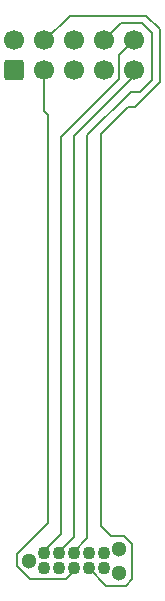
<source format=gbr>
%TF.GenerationSoftware,KiCad,Pcbnew,9.0.2*%
%TF.CreationDate,2026-01-15T08:15:22+01:00*%
%TF.ProjectId,Needle,4e656564-6c65-42e6-9b69-6361645f7063,rev?*%
%TF.SameCoordinates,Original*%
%TF.FileFunction,Copper,L2,Bot*%
%TF.FilePolarity,Positive*%
%FSLAX46Y46*%
G04 Gerber Fmt 4.6, Leading zero omitted, Abs format (unit mm)*
G04 Created by KiCad (PCBNEW 9.0.2) date 2026-01-15 08:15:22*
%MOMM*%
%LPD*%
G01*
G04 APERTURE LIST*
G04 Aperture macros list*
%AMRoundRect*
0 Rectangle with rounded corners*
0 $1 Rounding radius*
0 $2 $3 $4 $5 $6 $7 $8 $9 X,Y pos of 4 corners*
0 Add a 4 corners polygon primitive as box body*
4,1,4,$2,$3,$4,$5,$6,$7,$8,$9,$2,$3,0*
0 Add four circle primitives for the rounded corners*
1,1,$1+$1,$2,$3*
1,1,$1+$1,$4,$5*
1,1,$1+$1,$6,$7*
1,1,$1+$1,$8,$9*
0 Add four rect primitives between the rounded corners*
20,1,$1+$1,$2,$3,$4,$5,0*
20,1,$1+$1,$4,$5,$6,$7,0*
20,1,$1+$1,$6,$7,$8,$9,0*
20,1,$1+$1,$8,$9,$2,$3,0*%
G04 Aperture macros list end*
%TA.AperFunction,ConnectorPad*%
%ADD10C,1.300000*%
%TD*%
%TA.AperFunction,ComponentPad*%
%ADD11C,1.050000*%
%TD*%
%TA.AperFunction,ComponentPad*%
%ADD12RoundRect,0.250000X0.600000X-0.600000X0.600000X0.600000X-0.600000X0.600000X-0.600000X-0.600000X0*%
%TD*%
%TA.AperFunction,ComponentPad*%
%ADD13C,1.700000*%
%TD*%
%TA.AperFunction,ConnectorPad*%
%ADD14C,1.100000*%
%TD*%
%TA.AperFunction,ComponentPad*%
%ADD15C,0.800000*%
%TD*%
%TA.AperFunction,Conductor*%
%ADD16C,0.200000*%
%TD*%
G04 APERTURE END LIST*
D10*
%TO.P,REF\u002A\u002A,1*%
%TO.N,N/C*%
X133190000Y-91625000D03*
D11*
%TO.P,REF\u002A\u002A,NC*%
X133190000Y-91625000D03*
%TD*%
D10*
%TO.P,REF\u002A\u002A,1*%
%TO.N,N/C*%
X140810000Y-92640000D03*
D11*
%TO.P,REF\u002A\u002A,NC*%
X140810000Y-92640000D03*
%TD*%
D12*
%TO.P,REF\u002A\u002A,1*%
%TO.N,N/C*%
X131930000Y-50070000D03*
D13*
%TO.P,REF\u002A\u002A,2*%
X131930000Y-47530000D03*
%TO.P,REF\u002A\u002A,3*%
X134470000Y-50070000D03*
%TO.P,REF\u002A\u002A,4*%
X134470000Y-47530000D03*
%TO.P,REF\u002A\u002A,5*%
X137010000Y-50070000D03*
%TO.P,REF\u002A\u002A,6*%
X137010000Y-47530000D03*
%TO.P,REF\u002A\u002A,7*%
X139550000Y-50070000D03*
%TO.P,REF\u002A\u002A,8*%
X139550000Y-47530000D03*
%TO.P,REF\u002A\u002A,9*%
X142090000Y-50070000D03*
%TO.P,REF\u002A\u002A,10*%
X142090000Y-47530000D03*
%TD*%
D14*
%TO.P,REF\u002A\u002A,1*%
%TO.N,N/C*%
X134460000Y-90990000D03*
D15*
%TO.P,REF\u002A\u002A,10*%
X134460000Y-90990000D03*
%TD*%
D14*
%TO.P,REF\u002A\u002A,1*%
%TO.N,N/C*%
X138270000Y-90990000D03*
D15*
%TO.P,REF\u002A\u002A,7*%
X138270000Y-90990000D03*
%TD*%
D14*
%TO.P,REF\u002A\u002A,1*%
%TO.N,N/C*%
X139540000Y-90990000D03*
D15*
%TO.P,REF\u002A\u002A,6*%
X139540000Y-90990000D03*
%TD*%
%TO.P,REF\u002A\u002A,1*%
%TO.N,N/C*%
X134460000Y-92260000D03*
D14*
X134460000Y-92260000D03*
%TD*%
%TO.P,REF\u002A\u002A,1*%
%TO.N,N/C*%
X139540000Y-92260000D03*
D15*
%TO.P,REF\u002A\u002A,5*%
X139540000Y-92260000D03*
%TD*%
D10*
%TO.P,REF\u002A\u002A,1*%
%TO.N,N/C*%
X140810000Y-90610000D03*
D11*
%TO.P,REF\u002A\u002A,NC*%
X140810000Y-90610000D03*
%TD*%
D14*
%TO.P,REF\u002A\u002A,1*%
%TO.N,N/C*%
X135730000Y-90990000D03*
D15*
%TO.P,REF\u002A\u002A,9*%
X135730000Y-90990000D03*
%TD*%
D14*
%TO.P,REF\u002A\u002A,1*%
%TO.N,N/C*%
X138270000Y-92260000D03*
D15*
%TO.P,REF\u002A\u002A,4*%
X138270000Y-92260000D03*
%TD*%
D14*
%TO.P,REF\u002A\u002A,1*%
%TO.N,N/C*%
X137000000Y-92260000D03*
D15*
%TO.P,REF\u002A\u002A,3*%
X137000000Y-92260000D03*
%TD*%
D14*
%TO.P,REF\u002A\u002A,1*%
%TO.N,N/C*%
X137000000Y-90990000D03*
D15*
%TO.P,REF\u002A\u002A,8*%
X137000000Y-90990000D03*
%TD*%
D14*
%TO.P,REF\u002A\u002A,1*%
%TO.N,N/C*%
X135730000Y-92260000D03*
D15*
%TO.P,REF\u002A\u002A,2*%
X135730000Y-92260000D03*
%TD*%
D16*
%TO.N,*%
X134470000Y-53550000D02*
X134470000Y-50070000D01*
X134790000Y-88400000D02*
X134790000Y-53870000D01*
X134790000Y-53870000D02*
X134470000Y-53550000D01*
X133270000Y-93190000D02*
X132170000Y-92090000D01*
X136310000Y-93190000D02*
X133270000Y-93190000D01*
X132170000Y-92090000D02*
X132170000Y-91020000D01*
X137000000Y-92500000D02*
X136310000Y-93190000D01*
X132170000Y-91020000D02*
X134790000Y-88400000D01*
X137000000Y-92260000D02*
X137000000Y-92500000D01*
X139720000Y-93710000D02*
X138270000Y-92260000D01*
X141390000Y-93710000D02*
X139720000Y-93710000D01*
X141960000Y-93140000D02*
X141390000Y-93710000D01*
X141270000Y-89510000D02*
X141960000Y-90200000D01*
X140110000Y-89510000D02*
X141270000Y-89510000D01*
X139270000Y-88670000D02*
X140110000Y-89510000D01*
X141960000Y-90200000D02*
X141960000Y-93140000D01*
X139270000Y-55480000D02*
X139270000Y-88670000D01*
X141550000Y-53200000D02*
X139270000Y-55480000D01*
X142150000Y-53200000D02*
X141550000Y-53200000D01*
X144260000Y-51090000D02*
X142150000Y-53200000D01*
X144260000Y-46610000D02*
X144260000Y-51090000D01*
X136640000Y-45450000D02*
X143100000Y-45450000D01*
X134560000Y-47530000D02*
X136640000Y-45450000D01*
X143100000Y-45450000D02*
X144260000Y-46610000D01*
X134470000Y-47530000D02*
X134560000Y-47530000D01*
X142060000Y-50070000D02*
X142090000Y-50070000D01*
X142090000Y-50560000D02*
X142090000Y-50100000D01*
X137000000Y-89580000D02*
X137000000Y-55650000D01*
X137000000Y-55650000D02*
X142090000Y-50560000D01*
X135730000Y-90850000D02*
X137000000Y-89580000D01*
X135730000Y-90990000D02*
X135730000Y-90850000D01*
X142090000Y-50100000D02*
X142060000Y-50070000D01*
X140840000Y-48780000D02*
X140840000Y-50800000D01*
X135910000Y-55730000D02*
X135910000Y-89350000D01*
X135910000Y-89350000D02*
X134460000Y-90800000D01*
X134460000Y-90800000D02*
X134460000Y-90990000D01*
X140840000Y-50800000D02*
X135910000Y-55730000D01*
X142090000Y-47530000D02*
X140840000Y-48780000D01*
X141030000Y-46060000D02*
X139560000Y-47530000D01*
X142780000Y-46060000D02*
X141030000Y-46060000D01*
X143650000Y-50870000D02*
X143650000Y-46930000D01*
X141820000Y-51890000D02*
X142630000Y-51890000D01*
X138150000Y-89710000D02*
X138150000Y-55560000D01*
X139560000Y-47530000D02*
X139550000Y-47530000D01*
X138150000Y-55560000D02*
X141820000Y-51890000D01*
X143650000Y-46930000D02*
X142780000Y-46060000D01*
X137000000Y-90990000D02*
X137000000Y-90860000D01*
X137000000Y-90860000D02*
X138150000Y-89710000D01*
X142630000Y-51890000D02*
X143650000Y-50870000D01*
%TD*%
M02*

</source>
